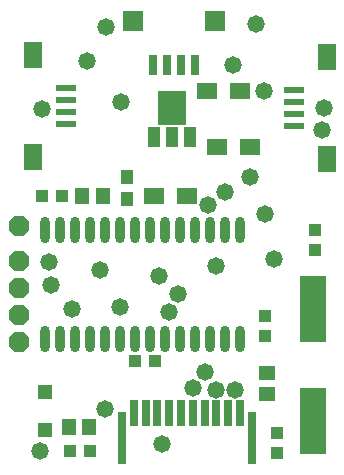
<source format=gts>
G04 Layer_Color=8388736*
%FSLAX43Y43*%
%MOMM*%
G71*
G01*
G75*
%ADD35O,0.803X2.253*%
%ADD36R,1.703X1.403*%
%ADD37R,1.003X1.103*%
%ADD38R,1.103X1.203*%
%ADD39R,1.303X1.453*%
%ADD40R,1.503X2.203*%
%ADD41R,1.703X0.603*%
%ADD42R,1.103X1.003*%
%ADD43R,1.003X1.803*%
%ADD44R,2.403X2.903*%
%ADD45R,2.203X5.703*%
%ADD46R,1.453X1.303*%
%ADD47R,0.803X4.403*%
%ADD48R,0.803X2.203*%
%ADD49R,1.203X1.203*%
%ADD50P,1.844X8X292.5*%
%ADD51R,0.803X1.703*%
%ADD52R,1.703X1.703*%
%ADD53C,1.473*%
D35*
X54737Y87602D02*
D03*
X56007D02*
D03*
X57277D02*
D03*
X58547D02*
D03*
X59817D02*
D03*
X61087D02*
D03*
X62357D02*
D03*
X63627D02*
D03*
X64897D02*
D03*
X66167D02*
D03*
X67437D02*
D03*
X68707D02*
D03*
X69977D02*
D03*
X71247D02*
D03*
X54737Y96802D02*
D03*
X56007D02*
D03*
X57277D02*
D03*
X58547D02*
D03*
X59817D02*
D03*
X61087D02*
D03*
X62357D02*
D03*
X63627D02*
D03*
X64897D02*
D03*
X66167D02*
D03*
X67437D02*
D03*
X68707D02*
D03*
X69977D02*
D03*
X71247D02*
D03*
D36*
X69369Y103886D02*
D03*
X72169D02*
D03*
X64002Y99695D02*
D03*
X66802D02*
D03*
X68447Y108585D02*
D03*
X71247D02*
D03*
D37*
X77597Y95123D02*
D03*
Y96823D02*
D03*
X74422Y79678D02*
D03*
Y77978D02*
D03*
X73406Y89535D02*
D03*
Y87835D02*
D03*
D38*
X61722Y99496D02*
D03*
Y101346D02*
D03*
D39*
X59662Y99695D02*
D03*
X57912D02*
D03*
X56769Y80137D02*
D03*
X58519D02*
D03*
D40*
X78619Y102864D02*
D03*
Y111464D02*
D03*
X53756Y111615D02*
D03*
Y103015D02*
D03*
D41*
X75819Y108664D02*
D03*
Y107664D02*
D03*
Y106664D02*
D03*
Y105664D02*
D03*
X56556Y105815D02*
D03*
Y106815D02*
D03*
Y107815D02*
D03*
Y108815D02*
D03*
D42*
X58596Y78105D02*
D03*
X56896D02*
D03*
X56183Y99695D02*
D03*
X54483D02*
D03*
X64057Y85725D02*
D03*
X62357D02*
D03*
D43*
X67032Y104688D02*
D03*
X65532D02*
D03*
X64032D02*
D03*
D44*
X65532Y107188D02*
D03*
D45*
X77470Y80645D02*
D03*
Y90170D02*
D03*
D46*
X73533Y84709D02*
D03*
Y82959D02*
D03*
D47*
X61291Y79248D02*
D03*
X72291D02*
D03*
D48*
X62291Y81348D02*
D03*
X63291D02*
D03*
X64291D02*
D03*
X65291D02*
D03*
X66291D02*
D03*
X67291D02*
D03*
X68291D02*
D03*
X69291D02*
D03*
X70291D02*
D03*
X71291D02*
D03*
D49*
X54737Y79883D02*
D03*
Y83083D02*
D03*
D50*
X52578Y97155D02*
D03*
Y94234D02*
D03*
Y91948D02*
D03*
Y89662D02*
D03*
Y87376D02*
D03*
D51*
X67486Y110819D02*
D03*
X66286D02*
D03*
X65086D02*
D03*
X63886D02*
D03*
D52*
X69186Y114519D02*
D03*
X62186D02*
D03*
D53*
X73406Y98171D02*
D03*
X74168Y94361D02*
D03*
X64643Y78740D02*
D03*
X55118Y94107D02*
D03*
X64389Y92964D02*
D03*
X59436Y93472D02*
D03*
X72136Y101346D02*
D03*
X73279Y108585D02*
D03*
X72644Y114300D02*
D03*
X61214Y107696D02*
D03*
X58293Y111125D02*
D03*
X59944Y114046D02*
D03*
X59817Y81661D02*
D03*
X70866Y83312D02*
D03*
X68580Y98933D02*
D03*
X61087Y90297D02*
D03*
X69977Y100076D02*
D03*
X54483Y107045D02*
D03*
X78359Y107188D02*
D03*
X78232Y105283D02*
D03*
X70687Y110819D02*
D03*
X69291Y93802D02*
D03*
X67310Y83439D02*
D03*
X69291Y83312D02*
D03*
X68291Y84836D02*
D03*
X66040Y91440D02*
D03*
X65278Y89916D02*
D03*
X54356Y78105D02*
D03*
X57023Y90170D02*
D03*
X55245Y92202D02*
D03*
M02*

</source>
